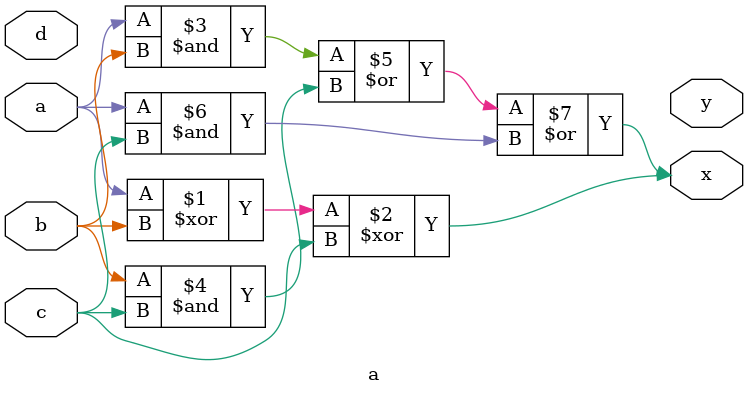
<source format=sv>
module a (
    input a, b, c, d,
    output x, y
);

assign x = a ^ b ^ c;
assign x = (a & b) | (b & c) | (a & c);    

endmodule
</source>
